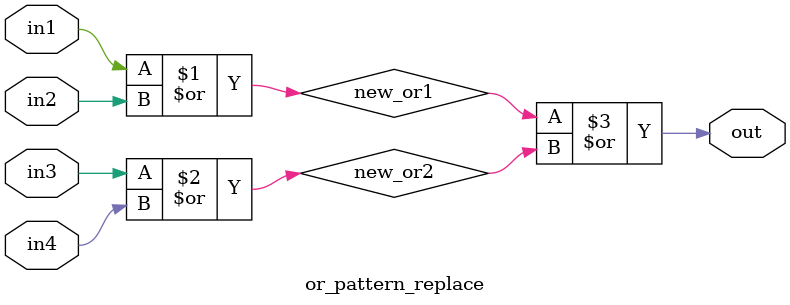
<source format=v>
module or_pattern_replace #(
    parameter WIDTH = 1
) (
    input   [ WIDTH-1 : 0 ] in1,   // Input signal 1, first pair
    input   [ WIDTH-1 : 0 ] in2,   // Input signal 2, first pair
    input   [ WIDTH-1 : 0 ] in3,   // Input signal 1, second pair
    input   [ WIDTH-1 : 0 ] in4,   // Input signal 2, second pair
    output  [ WIDTH-1 : 0 ] out     // Output of the OR operation
);
    // Intermediate wire to store result of both OR operations
    wire    [ WIDTH-1 : 0 ] new_or1;
    wire    [ WIDTH-1 : 0 ] new_or2;

    // Perform OR operations on pairs of inputs using a tree structure,
    // which reduces propagation delay compared to cascading the operations.
    assign new_or1  =   in1 | in2; // First pair: in1 OR in2
    assign new_or2  =   in3 | in4; // Second pair: in3 OR in4
    assign out  =   new_or1  | new_or2;  // Final result: (in1 OR in2) OR (in3 OR in4)
endmodule

</source>
